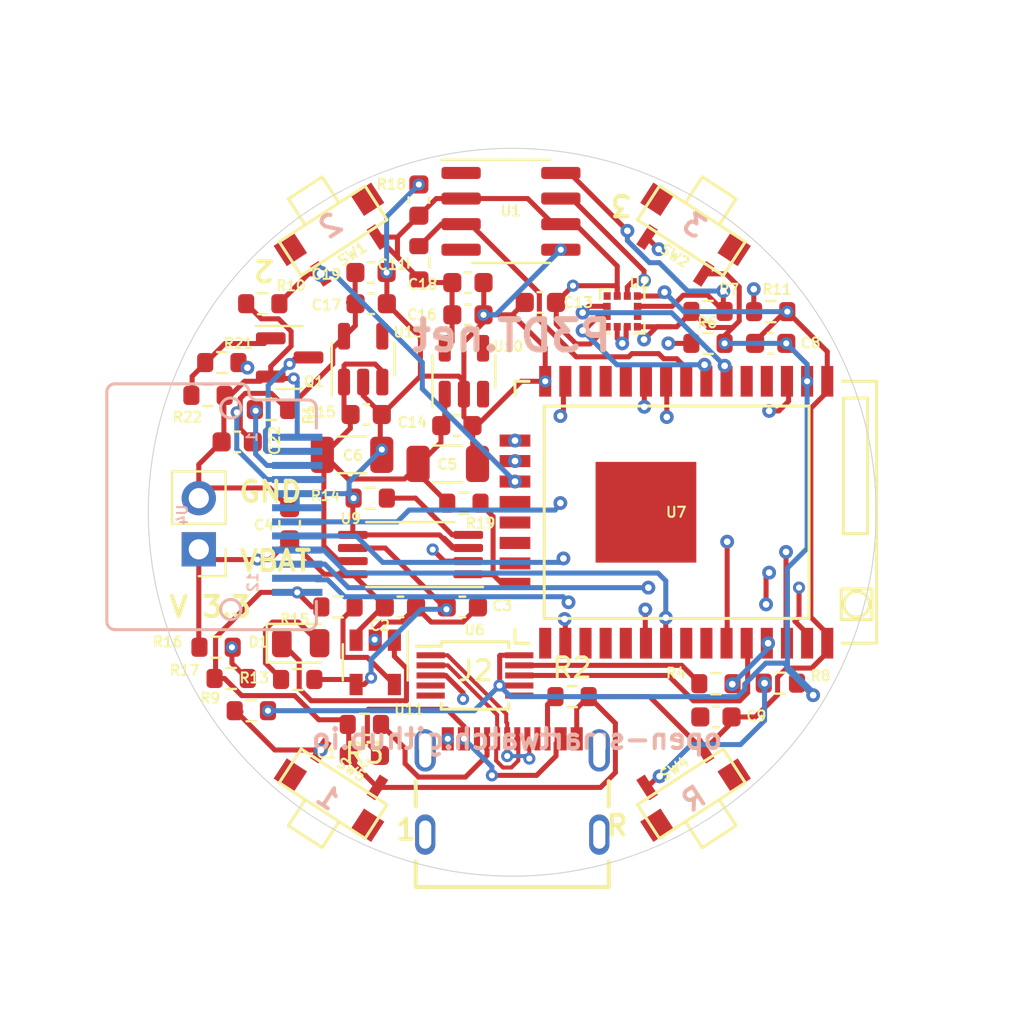
<source format=kicad_pcb>
(kicad_pcb (version 20211014) (generator pcbnew)
  (title_block (title "Open-Smartwatch-Light") (date "2021-02-18") (rev "3.3"))
  (layers (0 "F.Cu" power) (1 "In1.Cu" signal) (2 "In2.Cu" signal) (31 "B.Cu" signal) (34 "B.Paste" user) (35 "F.Paste" user) (36 "B.SilkS" user "B.Silkscreen") (37 "F.SilkS" user "F.Silkscreen") (38 "B.Mask" user) (39 "F.Mask" user) (44 "Edge.Cuts" user))
  (net 0 "")
  (net 1 "/EN")
  (net 2 "+3V3")
  (net 3 "/FLASH")
  (net 4 "GND")
  (net 5 "/VBUS")
  (net 6 "/VBAT")
  (net 7 "Net-(D1-Pad2)")
  (net 8 "Net-(D1-Pad1)")
  (net 9 "/LEDK")
  (net 10 "/TX")
  (net 11 "/BTN2")
  (net 12 "/BTN3")
  (net 13 "/RX")
  (net 14 "/SCL")
  (net 15 "/SDA")
  (net 16 "/PIN_LED")
  (net 17 "/STAT_PWR")
  (net 18 "/MOSI")
  (net 19 "/IO34")
  (net 20 "/IO35")
  (net 21 "Net-(R1-Pad2)")
  (net 22 "Net-(R4-Pad1)")
  (net 23 "Net-(R14-Pad1)")
  (net 24 "Net-(R15-Pad1)")
  (net 25 "/B_MON")
  (net 26 "/RTC_INT")
  (net 27 "/TFT_DC")
  (net 28 "/TFT_CS")
  (net 29 "/TFT_RST")
  (net 45 "/SCK")
  (net 46 "/VCC")
  (net 47 "/3V3_2")
  (net 48 "Net-(Q1-Pad1)")
  (net 52 "/D_P")
  (net 53 "/D_N")
  (net 63 "/CC2")
  (net 64 "/CC1")
  (footprint "open-Smartwatch:button_side_smd" (layer "F.Cu") (at 85.09 115.57 -57)
    (fp_text reference "SW4")
    (fp_text value "SW_Push")
  )
  (footprint "open-Smartwatch:button_side_smd" (layer "F.Cu") (at 67.31 115.57 -123)
    (fp_text reference "SW5")
    (fp_text value "SW_Push")
  )
  (footprint "Resistor_SMD:R_0603_1608Metric" (layer "F.Cu") (at 63.25 111.45 180)
    (fp_text reference "R9")
    (fp_text value "10k")
  )
  (footprint "Capacitor_SMD:C_0603_1608Metric" (layer "F.Cu") (at 70.65 106.3)
    (fp_text reference "C2")
    (fp_text value "4.7uF")
  )
  (footprint "Resistor_SMD:R_0603_1608Metric" (layer "F.Cu") (at 86.3092 110.109)
    (fp_text reference "R4")
    (fp_text value "470R")
  )
  (footprint "Resistor_SMD:R_0603_1608Metric" (layer "F.Cu") (at 89.0269 91.6432)
    (fp_text reference "R11")
    (fp_text value "10k")
  )
  (footprint "Resistor_SMD:R_0603_1608Metric" (layer "F.Cu") (at 85.9155 93.218 180)
    (fp_text reference "R6")
    (fp_text value "1k")
  )
  (footprint "Resistor_SMD:R_0603_1608Metric" (layer "F.Cu") (at 85.9155 91.6305)
    (fp_text reference "R7")
    (fp_text value "1k")
  )
  (footprint "Package_SO:SOIC-8_3.9x4.9mm_P1.27mm" (layer "F.Cu") (at 76.1365 86.6648)
    (fp_text reference "U1")
    (fp_text value "DS3231MZ")
  )
  (footprint "Capacitor_SMD:C_0603_1608Metric" (layer "F.Cu") (at 89.0269 93.218 180)
    (fp_text reference "C8")
    (fp_text value "0.1u")
  )
  (footprint "Capacitor_SMD:C_0603_1608Metric" (layer "F.Cu") (at 86.3092 111.76)
    (fp_text reference "C9")
    (fp_text value "0.1u")
  )
  (footprint "Capacitor_SMD:C_0603_1608Metric" (layer "F.Cu") (at 71.5645 86.106 90)
    (fp_text reference "C11")
    (fp_text value "0.1u")
  )
  (footprint "Capacitor_SMD:C_0603_1608Metric" (layer "F.Cu") (at 77.597 91.186 180)
    (fp_text reference "C13")
    (fp_text value "0.1u")
  )
  (footprint "Resistor_SMD:R_0603_1608Metric" (layer "F.Cu") (at 73.8 101.15)
    (fp_text reference "R19")
    (fp_text value "220k")
  )
  (footprint "open-Smartwatch:button_side_smd" (layer "F.Cu") (at 67.31 87.63 123)
    (fp_text reference "SW1")
    (fp_text value "SW_Push")
  )
  (footprint "open-Smartwatch:MSOP-10_3x3mm_P0.5mm" (layer "F.Cu") (at 74.35 109.7)
    (fp_text reference "U6")
    (fp_text value "CH340E")
  )
  (footprint "open-Smartwatch:TSSOP-8_4.4x3mm_P0.65mm" (layer "F.Cu") (at 71.15 103.7 180)
    (fp_text reference "U9")
    (fp_text value "TPS2115A")
  )
  (footprint "open-Smartwatch:LGA-12_2x2mm_P0.5mm" (layer "F.Cu") (at 81.661 91.6305 -90)
    (fp_text reference "U2")
    (fp_text value "BMA400")
  )
  (footprint "Capacitor_SMD:C_0603_1608Metric" (layer "F.Cu") (at 73.7234 106.3)
    (fp_text reference "C3")
    (fp_text value "0.1u")
  )
  (footprint "Resistor_SMD:R_0603_1608Metric" (layer "F.Cu") (at 65.55 109.9)
    (fp_text reference "R13")
    (fp_text value "470R")
  )
  (footprint "Resistor_SMD:R_0603_1608Metric" (layer "F.Cu") (at 89.5096 110.0836 180)
    (fp_text reference "R8")
    (fp_text value "10k")
  )
  (footprint "Capacitor_SMD:C_1206_3216Metric" (layer "F.Cu") (at 73 99.2)
    (fp_text reference "C5")
    (fp_text value "100u")
  )
  (footprint "Capacitor_SMD:C_0603_1608Metric" (layer "F.Cu") (at 73.45 97.3)
    (fp_text reference "C14")
    (fp_text value "0.1u")
  )
  (footprint "Capacitor_SMD:C_0603_1608Metric" (layer "F.Cu") (at 74 91.8)
    (fp_text reference "C16")
    (fp_text value "4.7u")
  )
  (footprint "Capacitor_SMD:C_0603_1608Metric" (layer "F.Cu") (at 74 90.2)
    (fp_text reference "C18")
    (fp_text value "0.1u")
  )
  (footprint "Package_TO_SOT_SMD:SOT-23-5" (layer "F.Cu") (at 73.8 94.6 90)
    (fp_text reference "U10")
    (fp_text value "XC6209")
  )
  (footprint "open-Smartwatch:ttgo-32-micro" (layer "F.Cu") (at 84.836 101.6 -90)
    (fp_text reference "U7")
    (fp_text value "ttgo-32-micro")
  )
  (footprint "Resistor_SMD:R_0603_1608Metric" (layer "F.Cu") (at 71.5645 89.2175 -90)
    (fp_text reference "R18")
    (fp_text value "2.2K")
  )
  (footprint "Resistor_SMD:R_0603_1608Metric" (layer "F.Cu") (at 64.25 96.5 180)
    (fp_text reference "R1")
    (fp_text value "22")
  )
  (footprint "Resistor_SMD:R_0603_1608Metric" (layer "F.Cu") (at 61.7855 94.1705)
    (fp_text reference "R21")
    (fp_text value "10k")
  )
  (footprint "Resistor_SMD:R_0603_1608Metric" (layer "F.Cu") (at 61.1 95.8 180)
    (fp_text reference "R22")
    (fp_text value "1M")
  )
  (footprint "Capacitor_SMD:C_0603_1608Metric" (layer "F.Cu") (at 62.55 98.1075 180)
    (fp_text reference "C22")
    (fp_text value "0.1u")
  )
  (footprint "Package_TO_SOT_SMD:SOT-23" (layer "F.Cu") (at 65.151 93.9165)
    (fp_text reference "Q1")
    (fp_text value "2N7002")
  )
  (footprint "Resistor_SMD:R_0603_1608Metric" (layer "F.Cu") (at 67.55 106.3 180)
    (fp_text reference "R15")
    (fp_text value "5k")
  )
  (footprint "Resistor_SMD:R_0603_1608Metric" (layer "F.Cu") (at 69.15 100.9 180)
    (fp_text reference "R14")
    (fp_text value "510R")
  )
  (footprint "Capacitor_SMD:C_0603_1608Metric" (layer "F.Cu") (at 65.151 102.1715 90)
    (fp_text reference "C4")
    (fp_text value "0.1u")
  )
  (footprint "Resistor_SMD:R_0603_1608Metric" (layer "F.Cu") (at 62.25 109.85 180)
    (fp_text reference "R17")
    (fp_text value "10k")
  )
  (footprint "open-Smartwatch:button_side_smd" (layer "F.Cu") (at 85.09 87.63 57)
    (fp_text reference "SW2")
    (fp_text value "SW_Push")
  )
  (footprint "Capacitor_SMD:C_0603_1608Metric" (layer "F.Cu") (at 68.95 96.75)
    (fp_text reference "C15")
    (fp_text value "0.1u")
  )
  (footprint "Capacitor_SMD:C_0603_1608Metric" (layer "F.Cu") (at 69.2 91.25)
    (fp_text reference "C17")
    (fp_text value "4.7u")
  )
  (footprint "Capacitor_SMD:C_1206_3216Metric" (layer "F.Cu") (at 68.25 98.75)
    (fp_text reference "C6")
    (fp_text value "100u")
  )
  (footprint "Capacitor_SMD:C_0603_1608Metric" (layer "F.Cu") (at 69.1895 89.7)
    (fp_text reference "C19")
    (fp_text value "0.1u")
  )
  (footprint "Package_TO_SOT_SMD:SOT-23-5" (layer "F.Cu") (at 68.8 94 90)
    (fp_text reference "U13")
    (fp_text value "XC6209")
  )
  (footprint "Capacitor_SMD:C_0603_1608Metric" (layer "F.Cu") (at 68.86 113.67)
    (fp_text reference "C1")
    (fp_text value "4.7uF")
  )
  (footprint "open-Smartwatch:SOT-23-5" (layer "F.Cu") (at 69.4 109.05 -90)
    (fp_text reference "U11")
    (fp_text value "MCP73831T-2ACI_OT" hide)
  )
  (footprint "LED_SMD:LED_0805_2012Metric" (layer "F.Cu") (at 65.7 108.1)
    (fp_text reference "D1")
    (fp_text value "LED_Green")
  )
  (footprint "Resistor_SMD:R_0603_1608Metric" (layer "F.Cu") (at 63.8175 91.2495 180)
    (fp_text reference "R10")
    (fp_text value "10k")
  )
  (footprint "Connector_PinHeader_2.54mm:PinHeader_1x02_P2.54mm_Vertical" (layer "F.Cu") (at 60.6425 103.4415 180)
    (fp_text reference "J1" hide)
    (fp_text value "Conn_01x02")
  )
  (footprint "Resistor_SMD:R_0603_1608Metric" (layer "F.Cu") (at 61.5 108.3)
    (fp_text reference "R16")
    (fp_text value "200k")
  )
  (footprint "Resistor_SMD:R_0603_1608Metric" (layer "F.Cu") (at 68.86 112.13 180)
    (fp_text reference "R3")
    (fp_text value "5.1k")
  )
  (footprint "sat1l:GCT_USB4105-GF-A" (layer "F.Cu") (at 76.2 117.6)
    (fp_text reference "J2")
    (fp_text value "USB_C_Receptacle_USB2.0")
  )
  (footprint "Resistor_SMD:R_0603_1608Metric" (layer "F.Cu") (at 79.17 110.75)
    (fp_text reference "R2")
    (fp_text value "5.1k")
  )
  (footprint "open-Smartwatch:GC9A01_IPS_display" (layer "B.Cu") (at 65.278 101.727 -90)
    (fp_text reference "U4")
    (fp_text value "GC9A01_IPS_display")
  )
  (gr_arc (start 58.137403 101.6) (mid 63.427815 88.827815) (end 76.2 83.537403) (layer "Edge.Cuts") (width 0.05))
  (gr_arc (start 94.262597 101.6) (mid 88.972185 114.372185) (end 76.2 119.662597) (layer "Edge.Cuts") (width 0.05))
  (gr_arc (start 76.2 83.537403) (mid 88.972185 88.827815) (end 94.262597 101.6) (layer "Edge.Cuts") (width 0.05))
  (gr_arc (start 76.2 119.662597) (mid 63.427815 114.372185) (end 58.137403 101.6) (layer "Edge.Cuts") (width 0.05))
  (gr_text "3" (at 85.217 87.376 -33) (layer "B.SilkS") (effects (font (size 1 1) (thickness 0.2)) (justify mirror)))
  (gr_text "open-smartwatch.github.io" (at 76.4413 112.8522) (layer "B.SilkS") (effects (font (size 1 1) (thickness 0.2)) (justify mirror)))
  (gr_text "R" (at 85.217 115.824 33) (layer "B.SilkS") (effects (font (size 1 1) (thickness 0.2)) (justify mirror)))
  (gr_text "2" (at 67.183 87.376 33) (layer "B.SilkS") (effects (font (size 1 1) (thickness 0.2)) (justify mirror)))
  (gr_text "1" (at 67.056 115.7605 -33) (layer "B.SilkS") (effects (font (size 1 1) (thickness 0.2)) (justify mirror)))
  (gr_text "P3DT.net" (at 76.1746 92.837) (layer "B.SilkS") (effects (font (size 1.5 1.5) (thickness 0.3)) (justify mirror)))
  (gr_text "GND" (at 64.1985 100.584) (layer "F.SilkS") (effects (font (size 1 1) (thickness 0.2))))
  (gr_text "R" (at 81.407 117.1575) (layer "F.SilkS") (effects (font (size 1 1) (thickness 0.2))))
  (gr_text "1" (at 70.9295 117.348) (layer "F.SilkS") (effects (font (size 1 1) (thickness 0.2))))
  (gr_text "3" (at 81.5975 86.36 180) (layer "F.SilkS") (effects (font (size 1 1) (thickness 0.2))))
  (gr_text "2" (at 63.881 89.5985 180) (layer "F.SilkS") (effects (font (size 1 1) (thickness 0.2))))
  (gr_text "V 3.3" (at 61.214 106.299) (layer "F.SilkS") (effects (font (size 1 1) (thickness 0.2))))
  (gr_text "VBAT" (at 64.4525 104.013) (layer "F.SilkS") (effects (font (size 1 1) (thickness 0.2))))
  (segment (start 83.5152 114.7064) (end 83.440773 114.7064) (width 0.25) (layer "F.Cu") (net 1))
  (segment (start 88.9508 96.5708) (end 89.435733 96.5708) (width 0.25) (layer "F.Cu") (net 1))
  (segment (start 88.7984 106.172) (end 88.7984 104.7496) (width 0.25) (layer "F.Cu") (net 1))
  (segment (start 89.916 96.090533) (end 89.916 95.1) (width 0.25) (layer "F.Cu") (net 1))
  (segment (start 89.435733 96.5708) (end 89.916 96.090533) (width 0.25) (layer "F.Cu") (net 1))
  (segment (start 83.440773 114.7064) (end 82.889781 115.257392) (width 0.25) (layer "F.Cu") (net 1))
  (segment (start 88.7984 104.7496) (end 88.9508 104.5972) (width 0.25) (layer "F.Cu") (net 1))
  (via (at 88.9508 104.5972) (size 0.6858) (drill 0.3302) (layers "F.Cu" "B.Cu") (net 1))
  (via (at 88.7984 106.172) (size 0.6858) (drill 0.3302) (layers "F.Cu" "B.Cu") (net 1))
  (via (at 83.5152 114.7064) (size 0.6858) (drill 0.3302) (layers "F.Cu" "B.Cu") (net 1))
  (via (at 88.9508 96.5708) (size 0.6858) (drill 0.3302) (layers "F.Cu" "B.Cu") (net 1))
  (via (at 88.7221 110.0836) (size 0.6858) (drill 0.3302) (layers "F.Cu" "B.Cu") (net 1))
  (segment (start 88.7221 111.9379) (end 88.7221 110.0836) (width 0.25) (layer "B.Cu") (net 1))
  (segment (start 87.5284 113.1316) (end 88.7221 111.9379) (width 0.25) (layer "B.Cu") (net 1))
  (segment (start 85.09 113.1316) (end 83.5152 114.7064) (width 0.25) (layer "B.Cu") (net 1))
  (segment (start 87.5284 113.1316) (end 85.09 113.1316) (width 0.25) (layer "B.Cu") (net 1))
  (segment (start 76.964732 86.0298) (end 78.234732 87.2998) (width 0.25) (layer "F.Cu") (net 2))
  (segment (start 73.6615 86.0298) (end 76.964732 86.0298) (width 0.25) (layer "F.Cu") (net 2))
  (segment (start 86.812244 89.767149) (end 87.46551 90.420415) (width 0.25) (layer "F.Cu") (net 2))
  (segment (start 78.234732 87.2998) (end 78.6115 87.2998) (width 0.25) (layer "F.Cu") (net 2))
  (segment (start 73.2125 91.8) (end 73.2125 93.1375) (width 0.25) (layer "F.Cu") (net 2))
  (segment (start 86.703 92.874494) (end 86.867747 92.709747) (width 0.25) (layer "F.Cu") (net 2))
  (segment (start 75.6 108.7) (end 75.575489 108.724511) (width 0.25) (layer "F.Cu") (net 2))
  (segment (start 81.411 90.868) (end 81.411 89.381) (width 0.25) (layer "F.Cu") (net 2))
  (segment (start 87.46551 90.420415) (end 87.46551 92.111984) (width 0.25) (layer "F.Cu") (net 2))
  (segment (start 69.510219 87.942608) (end 70.653806 89.086194) (width 0.25) (layer "F.Cu") (net 2))
  (segment (start 69.510219 87.942608) (end 70.502892 87.942608) (width 0.25) (layer "F.Cu") (net 2))
  (segment (start 90.2971 110.0836) (end 90.5383 110.0836) (width 0.3) (layer "F.Cu") (net 2))
  (segment (start 75.650978 110.2) (end 76.55 110.2) (width 0.25) (layer "F.Cu") (net 2))
  (segment (start 70.653806 89.086194) (end 71.5645 89.996889) (width 0.25) (layer "F.Cu") (net 2))
  (segment (start 81.346001 90.355499) (end 81.411001 90.420499) (width 0.25) (layer "F.Cu") (net 2))
  (segment (start 80.911 92.393) (end 80.056296 93.247704) (width 0.25) (layer "F.Cu") (net 2))
  (segment (start 80.056296 93.247704) (end 79.371907 93.247704) (width 0.25) (layer "F.Cu") (net 2))
  (segment (start 85.699328 89.767149) (end 86.812244 89.767149) (width 0.25) (layer "F.Cu") (net 2))
  (segment (start 81.411 89.381) (end 79.3298 87.2998) (width 0.25) (layer "F.Cu") (net 2))
  (segment (start 87.46551 92.111984) (end 87.146984 92.43051) (width 0.25) (layer "F.Cu") (net 2))
  (segment (start 89.8144 93.218) (end 89.8144 93.1164) (width 0.25) (layer "F.Cu") (net 2))
  (segment (start 73.2125 90.2) (end 71.7595 90.2) (width 0.25) (layer "F.Cu") (net 2))
  (segment (start 71.5645 89.996889) (end 71.5645 90.0425) (width 0.25) (layer "F.Cu") (net 2))
  (segment (start 73.2125 91.8) (end 73.2125 90.2) (width 0.25) (layer "F.Cu") (net 2))
  (segment (start 79.371907 93.247704) (end 78.3845 92.260297) (width 0.25) (layer "F.Cu") (net 2))
  (segment (start 71.7595 90.2) (end 71.5645 90.005) (width 0.25) (layer "F.Cu") (net 2))
  (segment (start 84.0735 92.393) (end 84.3655 92.393) (width 0.25) (layer "F.Cu") (net 2))
  (segment (start 71.5645 86.8935) (end 72.4282 86.0298) (width 0.25) (layer "F.Cu") (net 2))
  (segment (start 78.3845 92.260297) (end 78.3845 91.186) (width 0.25) (layer "F.Cu") (net 2))
  (segment (start 81.411 90.868) (end 81.411001 90.420499) (width 0.25) (layer "F.Cu") (net 2))
  (segment (start 70.502892 87.942608) (end 71.5645 86.881) (width 0.25) (layer "F.Cu") (net 2))
  (segment (start 75.575489 110.124511) (end 75.650978 110.2) (width 0.25) (layer "F.Cu") (net 2))
  (segment (start 85.92801 92.43051) (end 85.128 91.6305) (width 0.25) (layer "F.Cu") (net 2))
  (segment (start 78.372 91.186) (end 78.3845 91.186) (width 0.25) (layer "F.Cu") (net 2))
  (segment (start 70.502892 87.942608) (end 70.502892 88.93528) (width 0.25) (layer "F.Cu") (net 2))
  (segment (start 72.4282 86.0298) (end 73.6615 86.0298) (width 0.25) (layer "F.Cu") (net 2))
  (segment (start 90.5383 110.0836) (end 91.1352 110.6805) (width 0.3) (layer "F.Cu") (net 2))
  (segment (start 71.5645 90.005) (end 71.9201 90.005) (width 0.25) (layer "F.Cu") (net 2))
  (segment (start 78.3845 91.186) (end 79.215001 90.355499) (width 0.25) (layer "F.Cu") (net 2))
  (segment (start 83.375 92.393) (end 84.0735 92.393) (width 0.25) (layer "F.Cu") (net 2))
  (segment (start 73.2125 93.1375) (end 72.85 93.5) (width 0.25) (layer "F.Cu") (net 2))
  (segment (start 79.215001 90.355499) (end 81.346001 90.355499) (width 0.25) (layer "F.Cu") (net 2))
  (segment (start 76.55 108.7) (end 75.6 108.7) (width 0.25) (layer "F.Cu") (net 2))
  (segment (start 86.867747 92.709747) (end 87.146984 92.43051) (width 0.25) (layer "F.Cu") (net 2))
  (segment (start 79.3298 87.2998) (end 78.6115 87.2998) (width 0.25) (layer "F.Cu") (net 2))
  (segment (start 86.703 93.218) (end 86.703 92.874494) (width 0.25) (layer "F.Cu") (net 2))
  (segment (start 82.7405 93.0275) (end 83.375 92.393) (width 0.25) (layer "F.Cu") (net 2))
  (segment (start 76.55 110.2) (end 75.566863 110.2) (width 0.25) (layer "F.Cu") (net 2))
  (segment (start 82.411 92.393) (end 84.0735 92.393) (width 0.25) (layer "F.Cu") (net 2))
  (segment (start 87.146984 92.43051) (end 85.92801 92.43051) (width 0.25) (layer "F.Cu") (net 2))
  (segment (start 75.575489 108.724511) (end 75.575489 110.124511) (width 0.25) (layer "F.Cu") (net 2))
  (segment (start 70.502892 88.93528) (end 70.653806 89.086194) (width 0.25) (layer "F.Cu") (net 2))
  (segment (start 84.3655 92.393) (end 85.128 91.6305) (width 0.25) (layer "F.Cu") (net 2))
  (via (at 79.215001 90.355499) (size 0.6) (drill 0.3) (layers "F.Cu" "B.Cu") (net 2))
  (via (at 75.567951 110.2) (size 0.6) (drill 0.3) (layers "F.Cu" "B.Cu") (net 2))
  (via (at 91.1352 110.6805) (size 0.6858) (drill 0.3302) (layers "F.Cu" "B.Cu") (net 2))
  (via (at 89.8019 93.218) (size 0.6) (drill 0.3) (layers "F.Cu" "B.Cu") (net 2))
  (via (at 64.075 111.45) (size 0.6) (drill 0.3) (layers "F.Cu" "B.Cu") (net 2))
  (via (at 90.836 95.1) (size 0.6) (drill 0.3) (layers "F.Cu" "B.Cu") (net 2))
  (via (at 82.7405 93.0275) (size 0.6858) (drill 0.3302) (layers "F.Cu" "B.Cu") (net 2))
  (via (at 86.7405 93.218) (size 0.6) (drill 0.3) (layers "F.Cu" "B.Cu") (net 2))
  (segment (start 87.739411 110.133741) (end 88.784053 109.089099) (width 0.25) (layer "B.Cu") (net 2))
  (segment (start 76.119762 110.751811) (end 87.377741 110.751811) (width 0.25) (layer "B.Cu") (net 2))
  (segment (start 90.836 103.394652) (end 90.836 95.1) (width 0.25) (layer "B.Cu") (net 2))
  (segment (start 91.1352 110.6805) (end 89.86 109.4053) (width 0.25) (layer "B.Cu") (net 2))
  (segment (start 88.784053 109.089099) (end 89.697297 109.089099) (width 0.25) (layer "B.Cu") (net 2))
  (segment (start 89.697297 109.089099) (end 91.1352 110.527002) (width 0.25) (layer "B.Cu") (net 2))
  (segment (start 90.836 95.1) (end 90.836 94.2521) (width 0.25) (layer "B.Cu") (net 2))
  (segment (start 89.86 104.370652) (end 90.836 103.394652) (width 0.25) (layer "B.Cu") (net 2))
  (segment (start 64.075 111.45) (end 74.317951 111.45) (width 0.25) (layer "B.Cu") (net 2))
  (segment (start 75.567951 110.2) (end 76.119762 110.751811) (width 0.25) (layer "B.Cu") (net 2))
  (segment (start 89.8019 93.218) (end 86.7405 93.218) (width 0.25) (layer "B.Cu") (net 2))
  (segment (start 90.836 94.2521) (end 89.8019 93.218) (width 0.25) (layer "B.Cu") (net 2))
  (segment (start 91.1352 110.527002) (end 91.1352 110.6805) (width 0.25) (layer "B.Cu") (net 2))
  (segment (start 87.377741 110.751811) (end 87.739411 110.390141) (width 0.25) (layer "B.Cu") (net 2))
  (segment (start 89.86 109.4053) (end 89.86 104.370652) (width 0.25) (layer "B.Cu") (net 2))
  (segment (start 87.739411 110.390141) (end 87.739411 110.133741) (width 0.25) (layer "B.Cu") (net 2))
  (segment (start 74.317951 111.45) (end 75.567951 110.2) (width 0.25) (layer "B.Cu") (net 2))
  (segment (start 62.5346 111.506) (end 62.738 111.506) (width 0.25) (layer "F.Cu") (net 3))
  (segment (start 78.836 106.936) (end 78.8 106.9) (width 0.25) (layer "F.Cu") (net 3))
  (segment (start 78.836 108.1) (end 78.836 106.936) (width 0.25) (layer "F.Cu") (net 3))
  (segment (start 64.4125 113.4) (end 62.4625 111.45) (width 0.25) (layer "F.Cu") (net 3))
  (segment (start 66.7 113.4) (end 64.4125 113.4) (width 0.25) (layer "F.Cu") (net 3))
  (via (at 78.8 106.9) (size 0.6858) (drill 0.3302) (layers "F.Cu" "B.Cu") (net 3))
  (via (at 66.7 113.4) (size 0.6858) (drill 0.3302) (layers "F.Cu" "B.Cu") (net 3))
  (segment (start 85.699328 113.432851) (end 85.699328 113.487472) (width 0.25) (layer "F.Cu") (net 4))
  (segment (start 89.740306 91.6432) (end 89.8144 91.6432) (width 0.25) (layer "F.Cu") (net 4))
  (segment (start 61.92 109.85) (end 62.77048 110.70048) (width 0.25) (layer "F.Cu") (net 4))
  (segment (start 69.7375 96.75) (end 71.642011 94.845489) (width 0.25) (layer "F.Cu") (net 4))
  (segment (start 81.852 92.781502) (end 81.8515 92.782002) (width 0.25) (layer "F.Cu") (net 4))
  (segment (start 61.8875 95.8) (end 62.214282 95.8) (width 0.25) (layer "F.Cu") (net 4))
  (segment (start 73.309994 103.375) (end 72.82548 102.890486) (width 0.25) (layer "F.Cu") (net 4))
  (segment (start 81.411 92.968) (end 81.661 93.218) (width 0.25) (layer "F.Cu") (net 4))
  (segment (start 74.775 91.8) (end 76.208 91.8) (width 0.25) (layer "F.Cu") (net 4))
  (segment (start 65.352995 94.960633) (end 64.307633 94.960633) (width 0.25) (layer "F.Cu") (net 4))
  (segment (start 71.642011 92.917011) (end 71.642011 94.845489) (width 0.25) (layer "F.Cu") (net 4))
  (segment (start 68.085 112.18) (end 68.035 112.13) (width 0.25) (layer "F.Cu") (net 4))
  (segment (start 68.085 113.67) (end 68.085 113.832173) (width 0.25) (layer "F.Cu") (net 4))
  (segment (start 87.0967 111.76) (end 87.0967 112.035479) (width 0.25) (layer "F.Cu") (net 4))
  (segment (start 61.8875 97.9825) (end 61.7625 98.1075) (width 0.25) (layer "F.Cu") (net 4))
  (segment (start 69.510219 115.257392) (end 80.582608 115.257392) (width 0.25) (layer "F.Cu") (net 4))
  (segment (start 83.016477 110.75) (end 79.995 110.75) (width 0.25) (layer "F.Cu") (net 4))
  (segment (start 65.22552 93.351012) (end 65.22552 92.62552) (width 0.25) (layer "F.Cu") (net 4))
  (segment (start 63.74202 91.99902) (end 62.9925 91.2495) (width 0.25) (layer "F.Cu") (net 4))
  (segment (start 74.450361 97.3) (end 76.650361 95.1) (width 0.25) (layer "F.Cu") (net 4))
  (segment (start 91.836 108.1) (end 91.836 107.621104) (width 0.25) (layer "F.Cu") (net 4))
  (segment (start 71.642011 94.845489) (end 73.545489 94.845489) (width 0.25) (layer "F.Cu") (net 4))
  (segment (start 68.2875 102.725) (end 68.2875 100.975) (width 0.25) (layer "F.Cu") (net 4))
  (segment (start 73.8 96.8625) (end 74.2375 97.3) (width 0.25) (layer "F.Cu") (net 4))
  (segment (start 79.4 112.845) (end 79.4 111.345) (width 0.25) (layer "F.Cu") (net 4))
  (segment (start 64.2135 94.363032) (end 65.22552 93.351012) (width 0.25) (layer "F.Cu") (net 4))
  (segment (start 62.77048 110.70048) (end 65.400385 110.70048) (width 0.25) (layer "F.Cu") (net 4))
  (segment (start 91.02 96.44) (end 91.836 95.624) (width 0.25) (layer "F.Cu") (net 4))
  (segment (start 73.61 110.41) (end 73.76 110.56) (width 0.25) (layer "F.Cu") (net 4))
  (segment (start 72.589282 102.725) (end 73.239282 103.375) (width 0.25) (layer "F.Cu") (net 4))
  (segment (start 73.8 95.1) (end 73.8 95.7) (width 0.25) (layer "F.Cu") (net 4))
  (segment (start 77.836 93.428) (end 77.836 95.1) (width 0.25) (layer "F.Cu") (net 4))
  (segment (start 64.307633 94.960633) (end 64.2135 94.8665) (width 0.25) (layer "F.Cu") (net 4))
  (segment (start 65.400385 110.70048) (end 66.599905 111.9) (width 0.25) (layer "F.Cu") (net 4))
  (segment (start 63.716241 105.577) (end 65.528 105.577) (width 0.25) (layer "F.Cu") (net 4))
  (segment (start 81.411 92.393) (end 81.411 92.968) (width 0.25) (layer "F.Cu") (net 4))
  (segment (start 60.6425 99.2275) (end 61.7625 98.1075) (width 0.25) (layer "F.Cu") (net 4))
  (segment (start 66.251 106.3) (end 65.528 105.577) (width 0.25) (layer "F.Cu") (net 4))
  (segment (start 74.7875 90.2) (end 74.7875 91.8) (width 0.25) (layer "F.Cu") (net 4))
  (segment (start 79.4 111.345) (end 79.995 110.75) (width 0.25) (layer "F.Cu") (net 4))
  (segment (start 66.599905 111.9) (end 67.805 111.9) (width 0.25) (layer "F.Cu") (net 4))
  (segment (start 74.6761 91.9479) (end 74.7268 91.8972) (width 0.25) (layer "F.Cu") (net 4))
  (segment (start 88.2394 93.144106) (end 89.740306 91.6432) (width 0.25) (layer "F.Cu") (net 4))
  (segment (start 76.650361 95.1) (end 77.836 95.1) (width 0.25) (layer "F.Cu") (net 4))
  (segment (start 73.239282 103.375) (end 74.0125 103.375) (width 0.25) (layer "F.Cu") (net 4))
  (segment (start 81.852 92.393) (end 81.852 92.781502) (width 0.25) (layer "F.Cu") (net 4))
  (segment (start 76.208 91.8) (end 77.836 93.428) (width 0.25) (layer "F.Cu") (net 4))
  (segment (start 60.6425 100.3935) (end 64.1605 100.3935) (width 0.25) (layer "F.Cu") (net 4))
  (segment (start 73.74888 107.04952) (end 74.4984 106.3) (width 0.25) (layer "F.Cu") (net 4))
  (segment (start 69.977 91.2395) (end 69.9875 91.25) (width 0.25) (layer "F.Cu") (net 4))
  (segment (start 61.8875 95.8) (end 61.8875 97.9825) (width 0.25) (layer "F.Cu") (net 4))
  (segment (start 91.06392 109.33408) (end 89.82592 109.33408) (width 0.25) (layer "F.Cu") (net 4))
  (segment (start 64.59902 91.99902) (end 63.74202 91.99902) (width 0.25) (layer "F.Cu") (net 4))
  (segment (start 72.15 109.7) (end 72.9 109.7) (width 0.25) (layer "F.Cu") (net 4))
  (segment (start 74.225 97.3) (end 74.450361 97.3) (width 0.25) (layer "F.Cu") (net 4))
  (segment (start 68.2875 102.725) (end 72.589282 102.725) (width 0.25) (layer "F.Cu") (net 4))
  (segment (start 69.4 107.398217) (end 69.4 107.95) (width 0.25) (layer "F.Cu") (net 4))
  (segment (start 91.836 108.562) (end 91.06392 109.33408) (width 0.25) (layer "F.Cu") (net 4))
  (segment (start 74.6761 91.8465) (end 74.7268 91.8972) (width 0.25) (layer "F.Cu") (net 4))
  (segment (start 62.214282 95.8) (end 62.914282 95.1) (width 0.25) (layer "F.Cu") (net 4))
  (segment (start 70.68798 107.04952) (end 71.4375 106.3) (width 0.25) (layer "F.Cu") (net 4))
  (segment (start 81.911 92.393) (end 81.852 92.393) (width 0.25) (layer "F.Cu") (net 4))
  (segment (start 74.0125 103.375) (end 73.309994 103.375) (width 0.25) (layer "F.Cu") (net 4))
  (segment (start 68.8 95.8125) (end 68.8 95.1) (width 0.25) (layer "F.Cu") (net 4))
  (segment (start 74.2375 99.0375) (end 74.4 99.2) (width 0.25) (layer "F.Cu") (net 4))
  (segment (start 69.65 98.75) (end 69.65 96.8375) (width 0.25) (layer "F.Cu") (net 4))
  (segment (start 74.775 91.8) (end 74.775 92.174639) (width 0.25) (layer "F.Cu") (net 4))
  (segment (start 76.208 91.8) (end 76.822 91.186) (width 0.25) (layer "F.Cu") (net 4))
  (segment (start 61.47452 109.83798) (end 61.47452 107.818721) (width 0.25) (layer "F.Cu") (net 4))
  (segment (start 74.775 92.174639) (end 73.8 93.149639) (width 0.25) (layer "F.Cu") (net 4))
  (segment (start 82.411 90.868) (end 83.5665 90.868) (width 0.25) (layer "F.Cu") (net 4))
  (segment (start 69.4 107.398217) (end 69.748697 107.04952) (width 0.25) (layer "F.Cu") (net 4))
  (segment (start 85.699328 113.432851) (end 83.016477 110.75) (width 0.25) (layer "F.Cu") (net 4))
  (segment (start 89.82592 109.33408) (end 89.37 109.79) (width 0.25) (layer "F.Cu") (net 4))
  (segment (start 73.8 95.7) (end 73.8 96.8625) (width 0.25) (layer "F.Cu") (net 4))
  (segment (start 89.37 110.66) (end 88.27 111.76) (width 0.25) (layer "F.Cu") (net 4))
  (segment (start 91.836 95.624) (end 91.836 95.1) (width 0.25) (layer "F.Cu") (net 4))
  (segment (start 73.545489 94.845489) (end 73.8 95.1) (width 0.25) (layer "F.Cu") (net 4))
  (segment (start 64.2135 94.8665) (end 64.2135 94.363032) (width 0.25) (layer "F.Cu") (net 4))
  (segment (start 74.2375 97.3) (end 74.2375 99.0375) (width 0.25) (layer "F.Cu") (net 4))
  (segment (start 72.9 109.7) (end 73.61 110.41) (width 0.25) (layer "F.Cu") (net 4))
  (segment (start 88.27 111.76) (end 87.0842 111.76) (width 0.25) (layer "F.Cu") (net 4))
  (segment (start 89.37 109.79) (end 89.37 110.66) (width 0.25) (layer "F.Cu") (net 4))
  (segment (start 91.836 95.1) (end 91.836 93.6273) (width 0.25) (layer "F.Cu") (net 4))
  (segment (start 69.977 89.7) (end 69.977 91.2395) (width 0.25) (layer "F.Cu") (net 4))
  (segment (start 64.1605 100.3935) (end 65.151 101.384) (width 0.25) (layer "F.Cu") (net 4))
  (segment (start 81.8515 93.0275) (end 81.661 93.218) (width 0.25) (layer "F.Cu") (net 4))
  (segment (start 69.65 96.8375) (end 69.7375 96.75) (width 0.25) (layer "F.Cu") (net 4))
  (segment (start 81.8515 92.782002) (end 81.8515 93.0275) (width 0.25) (layer "F.Cu") (net 4))
  (segment (start 69.7375 96.75) (end 68.8 95.8125) (width 0.25) (layer "F.Cu") (net 4))
  (segment (start 72.17452 107.04952) (end 73.74888 107.04952) (width 0.25) (layer "F.Cu") (net 4))
  (segment (start 73.8 93.149639) (end 73.8 95.7375) (width 0.25) (layer "F.Cu") (net 4))
  (segment (start 66.725 106.3) (end 66.93 106.3) (width 0.25) (layer "F.Cu") (net 4))
  (segment (start 91.02 106.805104) (end 91.02 96.44) (width 0.25) (layer "F.Cu") (net 4))
  (segment (start 73.76 110.56) (end 73.76 110.87) (width 0.25) (layer "F.Cu") (net 4))
  (segment (start 88.2394 93.218) (end 88.2394 93.144106) (width 0.25) (layer "F.Cu") (net 4))
  (segment (start 69.368767 107.618767) (end 69.368767 107.918767) (width 0.25) (layer "F.Cu") (net 4))
  (segment (start 69.748697 107.04952) (end 70.68798 107.04952) (width 0.25) (layer "F.Cu") (net 4))
  (segment (start 68.085 113.832173) (end 69.510219 115.257392) (width 0.25) (layer "F.Cu") (net 4))
  (segment (start 83.5665 90.868) (end 83.7565 90.678) (width 0.25) (layer "F.Cu") (net 4))
  (segment (start 81.31952 114.52048) (end 81.31952 112.07452) (width 0.25) (layer "F.Cu") (net 4))
  (segment (start 81.31952 112.07452) (end 79.995 110.75) (width 0.25) (layer "F.Cu") (net 4))
  (segment (start 87.0967 112.035479) (end 85.699328 113.432851) (width 0.25) (layer "F.Cu") (net 4))
  (segment (start 61.425 109.85) (end 61.92 109.85) (width 0.25) (layer "F.Cu") (net 4))
  (segment (start 68.085 113.67) (end 68.085 112.18) (width 0.25) (layer "F.Cu") (net 4))
  (segment (start 62.914282 95.1) (end 63.7 95.1) (width 0.25) (layer "F.Cu") (net 4))
  (segment (start 91.836 93.6273) (end 89.8519 91.6432) (width 0.25) (layer "F.Cu") (net 4))
  (segment (start 80.582608 115.257392) (end 81.31952 114.52048) (width 0.25) (layer "F.Cu") (net 4))
  (segment (start 61.47452 107.818721) (end 63.716241 105.577) (width 0.25) (layer "F.Cu") (net 4))
  (segment (start 65.22552 92.62552) (end 64.59902 91.99902) (width 0.25) (layer "F.Cu") (net 4))
  (segment (start 91.836 107.621104) (end 91.02 106.805104) (width 0.25) (layer "F.Cu") (net 4))
  (segment (start 66.7625 106.3) (end 66.251 106.3) (width 0.25) (layer "F.Cu") (net 4))
  (segment (start 74.2375 97.3) (end 74.530683 97.3) (width 0.25) (layer "F.Cu") (net 4))
  (segment (start 67.805 111.9) (end 68.035 112.13) (width 0.25) (layer "F.Cu") (net 4))
  (segment (start 61.4625 109.85) (end 61.47452 109.83798) (width 0.25) (layer "F.Cu") (net 4))
  (segment (start 91.836 108.1) (end 91.836 108.562) (width 0.25) (layer "F.Cu") (net 4))
  (segment (start 68.2875 100.975) (end 68.3625 100.9) (width 0.25) (layer "F.Cu") (net 4))
  (segment (start 60.6425 100.3935) (end 60.6425 99.2275) (width 0.25) (layer "F.Cu") (net 4))
  (segment (start 71.425 106.3) (end 72.17452 107.04952) (width 0.25) (layer "F.Cu") (net 4))
  (segment (start 69.975 91.25) (end 71.642011 92.917011) (width 0.25) (layer "F.Cu") (net 4))
  (via (at 89.8519 91.6432) (size 0.6) (drill 0.3) (layers "F.Cu" "B.Cu") (net 4))
  (via (at 77.836 95.1) (size 0.6) (drill 0.3) (layers "F.Cu" "B.Cu") (net 4))
  (via (at 65.528 105.577) (size 0.6) (drill 0.3) (layers "F.Cu" "B.Cu") (net 4))
  (via (at 74.775 91.8) (size 0.6) (drill 0.3) (layers "F.Cu" "B.Cu") (net 4))
  (via (at 65.352995 94.960633) (size 0.6) (drill 0.3) (layers "F.Cu" "B.Cu") (net 4))
  (via (at 69.725 98.4855) (size 0.6) (drill 0.3) (layers "F.Cu" "B.Cu") (net 4))
  (via (at 69.9645 89.7) (size 0.6) (drill 0.3) (layers "F.Cu" "B.Cu") (net 4))
  (via (at 81.661 93.218) (size 0.6858) (drill 0.3302) (layers "F.Cu" "B.Cu") (net 4))
  (via (at 68.325 100.9) (size 0.6) (drill 0.3) (layers "F.Cu" "B.Cu") (net 4))
  (via (at 83.7565 90.678) (size 0.6858) (drill 0.3302) (layers "F.Cu" "B.Cu") (net 4))
  (via (at 71.5645 85.331) (size 0.6) (drill 0.3) (layers "F.Cu" "B.Cu") (net 4))
  (via (at 73 112.845) (size 0.6) (drill 0.3) (layers "F.Cu" "B.Cu") (net 4))
  (via (at 78.6115 88.5698) (size 0.6) (drill 0.3) (layers "F.Cu" "B.Cu") (net 4))
  (via (at 69.368767 107.918767) (size 0.6) (drill 0.3) (layers "F.Cu" "B.Cu") (net 4))
  (via (at 73.76 110.87) (size 0.6) (drill 0.3) (layers "F.Cu" "B.Cu") (net 4))
  (segment (start 65.528 95.135638) (end 65.352995 94.960633) (width 0.25) (layer "B.Cu") (net 4))
  (segment (start 74.775 91.8) (end 75.3813 91.8) (width 0.25) (layer "B.Cu") (net 4))
  (segment (start 83.7565 90.678) (end 84.7217 91.6432) (width 0.25) (layer "B.Cu") (net 4))
  (segment (start 68.102 100.1085) (end 69.725 98.4855) (width 0.25) (layer "B.Cu") (net 4))
  (segment (start 65.528 100.677) (end 65.528 101.377) (width 0.25) (layer "B.Cu") (net 4))
  (segment (start 68.102 100.677) (end 68.325 100.9) (width 0.25) (layer "B.Cu") (net 4))
  (segment (start 68.102 100.677) (end 68.102 100.1085) (width 0.25) (layer "B.Cu") (net 4))
  (segment (start 75.3813 91.8) (end 78.6115 88.5698) (width 0.25) (layer "B.Cu") (net 4))
  (segment (start 84.7217 91.6432) (end 89.8519 91.6432) (width 0.25) (layer "B.Cu") (net 4))
  (segment (start 65.528 97.877) (end 65.528 95.135638) (width 0.25) (layer "B.Cu") (net 4))
  (segment (start 69.9645 86.931) (end 71.5645 85.331) (width 0.25) (layer "B.Cu") (net 4))
  (segment (start 69.9645 89.7) (end 69.9645 86.931) (width 0.25) (layer "B.Cu") (net 4))
  (segment (start 65.528 105.577) (end 65.610776 105.577) (width 0.25) (layer "B.Cu") (net 4))
  (segment (start 65.528 100.677) (end 68.102 100.677) (width 0.25) (layer "B.Cu") (net 4))
  (segment (start 73.8 112.220978) (end 73.8 112.845) (width 0.25) (layer "F.Cu") (net 5))
  (segment (start 69.01048 113.04548) (end 69.01048 111.42952) (width 0.25) (layer "F.Cu") (net 5))
  (segment (start 77.409022 114.66) (end 78.374511 113.694511) (width 0.25) (layer "F.Cu") (net 5))
  (segment (start 68.85 110.15) (end 69.193767 109.806233) (width 0.25) (layer "F.Cu") (net 5))
  (segment (start 78.374511 113.694511) (end 78.374511 113.070489) (width 0.25) (layer "F.Cu") (net 5))
  (segment (start 69.05952 111.38048) (end 72.959502 111.38048) (width 0.25) (layer "F.Cu") (net 5))
  (segment (start 78.374511 113.070489) (end 78.6 112.845) (width 0.25) (layer "F.Cu") (net 5))
  (segment (start 68.45 110.15) (end 68.85 110.15) (width 0.25) (layer "F.Cu") (net 5))
  (segment (start 75.19 114.66) (end 77.409022 114.66) (width 0.25) (layer "F.Cu") (net 5))
  (segment (start 69.01048 111.42952) (end 69.05952 111.38048) (width 0.25) (layer "F.Cu") (net 5))
  (segment (start 66.3375 109.9) (end 68.2 109.9) (width 0.25) (layer "F.Cu") (net 5))
  (segment (start 68.2875 103.375) (end 69.89398 103.375) (width 0.25) (layer "F.Cu") (net 5))
  (segment (start 69.635 113.67) (end 69.01048 113.04548) (width 0.25) (layer "F.Cu") (net 5))
  (segment (start 69.89398 103.375) (end 72.9359 106.41692) (width 0.25) (layer "F.Cu") (net 5))
  (segment (start 68.2 109.9) (end 68.45 110.15) (width 0.25) (layer "F.Cu") (net 5))
  (segment (start 72.959502 111.38048) (end 73.8 112.220978) (width 0.25) (layer "F.Cu") (net 5))
  (via (at 72.9359 106.41692) (size 0.6) (drill 0.3) (layers "F.Cu" "B.Cu") (net 5))
  (via (at 73.8 112.845) (size 0.6) (drill 0.3) (layers "F.Cu" "B.Cu") (net 5))
  (via (at 75.19 114.66) (size 0.6) (drill 0.3) (layers "F.Cu" "B.Cu") (net 5))
  (via (at 69.193767 109.806233) (size 0.6) (drill 0.3) (layers "F.Cu" "B.Cu") (net 5))
  (segment (start 75.19 114.66) (end 75.19 114.235) (width 0.25) (layer "B.Cu") (net 5))
  (segment (start 72.9359 106.41692) (end 71.68308 106.41692) (width 0.25) (layer "B.Cu") (net 5))
  (segment (start 69.193767 108.906233) (end 69.193767 109.806233) (width 0.25) (layer "B.Cu") (net 5))
  (segment (start 75.19 114.235) (end 73.8 112.845) (width 0.25) (layer "B.Cu") (net 5))
  (segment (start 71.68308 106.41692) (end 69.193767 108.906233) (width 0.25) (layer "B.Cu") (net 5))
  (segment (start 60.6425 108.23) (end 60.6425 103.9495) (width 0.25) (layer "F.Cu") (net 6))
  (segment (start 69.76 106.3) (end 69.875 106.3) (width 0.25) (layer "F.Cu") (net 6))
  (segment (start 65.151 102.959) (end 66.867 104.675) (width 0.25) (layer "F.Cu") (net 6))
  (segment (start 68.45 107.95) (end 68.45 107.61) (width 0.25) (layer "F.Cu") (net 6))
  (segment (start 69.8625 106.3) (end 69.8625 106.25) (width 0.25) (layer "F.Cu") (net 6))
  (segment (start 65.151 102.959) (end 64.1605 103.9495) (width 0.25) (layer "F.Cu") (net 6))
  (segment (start 74.0125 104.025) (end 72.825 104.025) (width 0.25) (layer "F.Cu") (net 6))
  (segment (start 72.825 104.025) (end 72.25 103.45) (width 0.25) (layer "F.Cu") (net 6))
  (segment (start 69.8625 106.25) (end 68.2875 104.675) (width 0.25) (layer "F.Cu") (net 6))
  (segment (start 64.1605 103.9495) (end 63.5505 103.9495) (width 0.25) (layer "F.Cu") (net 6))
  (segment (start 60.7125 108.3) (end 60.6425 108.23) (width 0.25) (layer "F.Cu") (net 6))
  (segment (start 63.5505 103.9495) (end 60.6425 103.9495) (width 0.25) (layer "F.Cu") (net 6))
  (segment (start 66.867 104.675) (end 68.2875 104.675) (width 0.25) (layer "F.Cu") (net 6))
  (segment (start 68.45 107.61) (end 69.76 106.3) (width 0.25) (layer "F.Cu") (net 6))
  (via (at 63.5505 103.9495) (size 0.6) (drill 0.3) (layers "F.Cu" "B.Cu") (net 6))
  (via (at 72.25 103.45) (size 0.6) (drill 0.3) (layers "F.Cu" "B.Cu") (net 6))
  (segment (start 63.95048 109.08798) (end 63.95048 107.408365) (width 0.25) (layer "F.Cu") (net 7))
  (segment (start 64.7625 109.9) (end 63.95048 109.08798) (width 0.25) (layer "F.Cu") (net 7))
  (segment (start 64.308845 107.05) (end 65.5875 107.05) (width 0.25) (layer "F.Cu") (net 7))
  (segment (start 65.5875 107.05) (end 66.6375 108.1) (width 0.25) (layer "F.Cu") (net 7))
  (segment (start 63.95048 107.408365) (end 64.308845 107.05) (width 0.25) (layer "F.Cu") (net 7))
  (segment (start 65.62548 110.360569) (end 66.219422 110.954511) (width 0.25) (layer "F.Cu") (net 8))
  (segment (start 64.7625 108.1) (end 65.62548 108.96298) (width 0.25) (layer "F.Cu") (net 8))
  (segment (start 70.949511 110.954511) (end 70.949511 109.35) (width 0.25) (layer "F.Cu") (net 8))
  (segment (start 66.219422 110.954511) (end 70.949511 110.954511) (width 0.25) (layer "F.Cu") (net 8))
  (segment (start 65.62548 108.96298) (end 65.62548 110.360569) (width 0.25) (layer "F.Cu") (net 8))
  (segment (start 70.35 108.750489) (end 70.35 107.95) (width 0.25) (layer "F.Cu") (net 8))
  (segment (start 70.949511 109.35) (end 70.35 108.750489) (width 0.25) (layer "F.Cu") (net 8))
  (segment (start 65.472514 93.9165) (end 65.149819 94.239195) (width 0.25) (layer "F.Cu") (net 9))
  (segment (start 66.151 93.9165) (end 65.472514 93.9165) (width 0.25) (layer "F.Cu") (net 9))
  (via (at 65.149819 94.239195) (size 0.6) (drill 0.3) (layers "F.Cu" "B.Cu") (net 9))
  (segment (start 63.95 98.499) (end 64.028 98.577) (width 0.25) (layer "B.Cu") (net 9))
  (segment (start 64.088423 97.425009) (end 63.95 97.563432) (width 0.25) (layer "B.Cu") (net 9))
  (segment (start 64.028 98.577) (end 65.528 98.577) (width 0.25) (layer "B.Cu") (net 9))
  (segment (start 63.95 97.563432) (end 63.95 98.499) (width 0.25) (layer "B.Cu") (net 9))
  (segment (start 65.149819 94.239195) (end 64.088423 95.300591) (width 0.25) (layer "B.Cu") (net 9))
  (segment (start 64.088423 95.300591) (end 64.088423 97.425009) (width 0.25) (layer "B.Cu") (net 9))
  (segment (start 87.0967 110.1091) (end 87.122 110.1344) (width 0.25) (layer "F.Cu") (net 10))
  (segment (start 87.0967 110.109) (end 87.0967 110.1091) (width 0.25) (layer "F.Cu") (net 10))
  (via (at 88.9 108.1) (size 0.6858) (drill 0.3302) (layers "F.Cu" "B.Cu") (net 10))
  (via (at 87.122 110.1344) (size 0.6858) (drill 0.3302) (layers "F.Cu" "B.Cu") (net 10))
  (segment (start 87.122 110.1344) (end 88.9 108.3564) (width 0.25) (layer "B.Cu") (net 10))
  (segment (start 88.9 108.3564) (end 88.9 108.1) (width 0.25) (layer "B.Cu") (net 10))
  (segment (start 66.700672 89.767149) (end 66.087351 89.767149) (width 0.25) (layer "F.Cu") (net 11))
  (segment (start 66.087351 89.767149) (end 64.605 91.2495) (width 0.25) (layer "F.Cu") (net 11))
  (via (at 66.700672 89.767149) (size 0.8) (drill 0.4) (layers "F.Cu" "B.Cu") (net 11))
  (via (at 76.336 100.076) (size 0.6858) (drill 0.3302) (layers "F.Cu" "B.Cu") (net 11))
  (segment (start 76.336 100.076) (end 71.736611 95.476611) (width 0.25) (layer "B.Cu") (net 11))
  (segment (start 67.343012 89.767149) (end 66.700672 89.767149) (width 0.25) (layer "B.Cu") (net 11))
  (segment (start 71.736611 95.476611) (end 71.736611 94.160748) (width 0.25) (layer "B.Cu") (net 11))
  (segment (start 71.736611 94.160748) (end 67.343012 89.767149) (width 0.25) (layer "B.Cu") (net 11))
  (segment (start 88.1888 90.5256) (end 88.1888 91.5926) (width 0.25) (layer "F.Cu") (net 12))
  (segment (start 82.889781 87.942608) (end 82.889781 87.969781) (width 0.25) (layer "F.Cu") (net 12))
  (segment (start 82.889781 87.969781) (end 83.4644 88.5444) (width 0.25) (layer "F.Cu") (net 12))
  (segment (start 88.1888 91.5926) (end 88.2394 91.6432) (width 0.25) (layer "F.Cu") (net 12))
  (via (at 88.1888 90.5256) (size 0.6858) (drill 0.3302) (layers "F.Cu" "B.Cu") (net 12))
  (via (at 83.4644 88.5444) (size 0.6858) (drill 0.3302) (layers "F.Cu" "B.Cu") (net 12))
  (via (at 76.336 98.044) (size 0.6858) (drill 0.3302) (layers "F.Cu" "B.Cu") (net 12))
  (segment (start 87.884 110.565694) (end 87.489704 110.95999) (width 0.25) (layer "F.Cu") (net 13))
  (segment (start 76.55 109.7) (end 83.940111 109.7) (width 0.25) (layer "F.Cu") (net 13))
  (segment (start 85.200101 110.95999) (end 87.489704 110.95999) (width 0.25) (layer "F.Cu") (net 13))
  (segment (start 87.884 108.1) (end 87.884 110.565694) (width 0.25) (layer "F.Cu") (net 13))
  (segment (start 83.940111 109.7) (end 85.200101 110.95999) (width 0.25) (layer "F.Cu") (net 13))
  (segment (start 89.789 107.973) (end 89.916 108.1) (width 0.25) (layer "F.Cu") (net 14))
  (segment (start 86.6775 90.620899) (end 86.6775 91.605) (width 0.25) (layer "F.Cu") (net 14))
  (segment (start 89.789 103.5685) (end 89.789 107.973) (width 0.25) (layer "F.Cu") (net 14))
  (segment (start 84.684016 90.83049) (end 85.90299 90.83049) (width 0.25) (layer "F.Cu") (net 14))
  (segment (start 84.134006 91.3805) (end 84.684016 90.83049) (width 0.25) (layer "F.Cu") (net 14))
  (segment (start 82.4235 91.3805) (end 84.134006 91.3805) (width 0.25) (layer "F.Cu") (net 14))
  (segment (start 85.90299 90.83049) (end 86.703 91.6305) (width 0.25) (layer "F.Cu") (net 14))
  (segment (start 79.0448 84.7598) (end 81.915 87.63) (width 0.25) (layer "F.Cu") (net 14))
  (segment (start 86.6775 91.605) (end 86.703 91.6305) (width 0.25) (layer "F.Cu") (net 14))
  (segment (start 78.6115 84.7598) (end 79.0448 84.7598) (width 0.25) (layer "F.Cu") (net 14))
  (via (at 81.915 87.63) (size 0.6858) (drill 0.3302) (layers "F.Cu" "B.Cu") (net 14))
  (via (at 89.789 103.5685) (size 0.6858) (drill 0.3302) (layers "F.Cu" "B.Cu") (net 14))
  (via (at 86.6775 90.620899) (size 0.6858) (drill 0.3302) (layers "F.Cu" "B.Cu") (net 14))
  (segment (start 81.915 88.114933) (end 83.012368 89.212301) (width 0.25) (layer "B.Cu") (net 14))
  (segment (start 83.012368 89.212301) (end 83.497301 89.212301) (width 0.25) (layer "B.Cu") (net 14))
  (segment (start 81.915 87.63) (end 81.915 88.114933) (width 0.25) (layer "B.Cu") (net 14))
  (segment (start 83.497301 89.212301) (end 84.905899 90.620899) (width 0.25) (layer "B.Cu") (net 14))
  (segment (start 84.905899 90.620899) (end 86.6775 90.620899) (width 0.25) (layer "B.Cu") (net 14))
  (segment (start 83.947 93.218) (end 85.128 93.218) (width 0.25) (layer "F.Cu") (net 15))
  (segment (start 81.910999 90.420499) (end 82.224998 90.1065) (width 0.25) (layer "F.Cu") (net 15))
  (segment (start 79.148733 86.0298) (end 78.6115 86.0298) (width 0.25) (layer "F.Cu") (net 15))
  (segment (start 82.224998 90.1065) (end 82.7405 90.1065) (width 0.25) (layer "F.Cu") (net 15))
  (segment (start 82.7405 90.1065) (end 82.7405 89.621567) (width 0.25) (layer "F.Cu") (net 15))
  (segment (start 86.868 103.0605) (end 86.868 108.1) (width 0.25) (layer "F.Cu") (net 15))
  (segment (start 82.7405 89.621567) (end 79.148733 86.0298) (width 0.25) (layer "F.Cu") (net 15))
  (segment (start 81.911 90.868) (end 81.910999 90.420499) (width 0.25) (layer "F.Cu") (net 15))
  (via (at 82.7405 90.1065) (size 0.6858) (drill 0.3302) (layers "F.Cu" "B.Cu") (net 15))
  (via (at 86.868 103.0605) (size 0.6858) (drill 0.3302) (layers "F.Cu" "B.Cu") (net 15))
  (via (at 83.947 93.218) (size 0.6858) (drill 0.3302) (layers "F.Cu" "B.Cu") (net 15))
  (segment (start 62.8015 94.1705) (end 63.0555 94.4245) (width 0.25) (layer "F.Cu") (net 16))
  (segment (start 62.644199 94.099301) (end 62.573 94.1705) (width 0.25) (layer "F.Cu") (net 16))
  (segment (start 62.573 94.1705) (end 62.8015 94.1705) (width 0.25) (layer "F.Cu") (net 16))
  (via (at 76.336 99.06) (size 0.6858) (drill 0.3302) (layers "F.Cu" "B.Cu") (net 16))
  (via (at 63.0555 94.4245) (size 0.6858) (drill 0.3302) (layers "F.Cu" "B.Cu") (net 16))
  (segment (start 75.248999 104.700001) (end 74.037501 104.700001) (width 0.25) (layer "F.Cu") (net 17))
  (segment (start 74.5875 101.15) (end 75.248999 101.811499) (width 0.25) (layer "F.Cu") (net 17))
  (segment (start 75.248999 104.700001) (end 75.704998 105.156) (width 0.25) (layer "F.Cu") (net 17))
  (segment (start 75.248999 101.811499) (end 75.248999 104.700001) (width 0.25) (layer "F.Cu") (net 17))
  (segment (start 75.704998 105.156) (end 76.336 105.156) (width 0.25) (layer "F.Cu") (net 17))
  (segment (start 74.037501 104.700001) (end 74.0125 104.675) (width 0.25) (layer "F.Cu") (net 17))
  (segment (start 90.836 108.1) (end 90.836 107.616) (width 0.25) (layer "F.Cu") (net 18))
  (segment (start 90.836 107.616) (end 90.23 107.01) (width 0.25) (layer "F.Cu") (net 18))
  (segment (start 90.23 107.01) (end 90.4345 106.8055) (width 0.25) (layer "F.Cu") (net 18))
  (segment (start 90.4345 106.8055) (end 90.4345 105.34) (width 0.25) (layer "F.Cu") (net 18))
  (via (at 90.4345 105.34) (size 0.6) (drill 0.3) (layers "F.Cu" "B.Cu") (net 18))
  (via (at 82.9564 105.34241) (size 0.6858) (drill 0.3302) (layers "F.Cu" "B.Cu") (net 18))
  (segment (start 68.067002 105.34241) (end 82.9564 105.34241) (width 0.25) (layer "B.Cu") (net 18))
  (segment (start 65.528 104.177) (end 66.901592 104.177) (width 0.25) (layer "B.Cu") (net 18))
  (segment (start 66.901592 104.177) (end 68.067002 105.34241) (width 0.25) (layer "B.Cu") (net 18))
  (segment (start 80.006 91.3805) (end 79.6925 91.694) (width 0.25) (layer "F.Cu") (net 19))
  (segment (start 86.740606 94.972606) (end 86.868 95.1) (width 0.25) (layer "F.Cu") (net 19))
  (segment (start 86.740606 94.330174) (end 86.740606 94.972606) (width 0.25) (layer "F.Cu") (net 19))
  (segment (start 80.8985 91.3805) (end 80.006 91.3805) (width 0.25) (layer "F.Cu") (net 19))
  (via (at 86.740606 94.330174) (size 0.6858) (drill 0.3302) (layers "F.Cu" "B.Cu") (net 19))
  (via (at 79.6925 91.694) (size 0.6858) (drill 0.3302) (layers "F.Cu" "B.Cu") (net 19))
  (segment (start 84.104432 91.694) (end 86.740606 94.330174) (width 0.25) (layer "B.Cu") (net 19))
  (segment (start 79.6925 91.694) (end 84.104432 91.694) (width 0.25) (layer "B.Cu") (net 19))
  (segment (start 85.744189 94.278311) (end 85.744189 94.992189) (width 0.25) (layer "F.Cu") (net 20))
  (segment (start 79.761697 92.579803) (end 79.6925 92.579803) (width 0.25) (layer "F.Cu") (net 20))
  (segment (start 80.461 91.8805) (end 79.761697 92.579803) (width 0.25) (layer "F.Cu") (net 20))
  (segment (start 80.8985 91.8805) (end 80.461 91.8805) (width 0.25) (layer "F.Cu") (net 20))
  (segment (start 85.744189 94.992189) (end 85.852 95.1) (width 0.25) (layer "F.Cu") (net 20))
  (via (at 85.744189 94.278311) (size 0.6858) (drill 0.3302) (layers "F.Cu" "B.Cu") (net 20))
  (via (at 79.6925 92.579803) (size 0.6858) (drill 0.3302) (layers "F.Cu" "B.Cu") (net 20))
  (segment (start 81.391008 94.278311) (end 85.744189 94.278311) (width 0.25) (layer "B.Cu") (net 20))
  (segment (start 79.6925 92.579803) (end 81.391008 94.278311) (width 0.25) (layer "B.Cu") (net 20))
  (via (at 63.463912 96.56336) (size 0.6) (drill 0.3) (layers "F.Cu" "B.Cu") (net 21))
  (segment (start 64.028 99.277) (end 63.463912 98.712912) (width 0.25) (layer "B.Cu") (net 21))
  (segment (start 65.528 99.277) (end 64.028 99.277) (width 0.25) (layer "B.Cu") (net 21))
  (segment (start 63.463912 98.712912) (end 63.463912 96.56336) (width 0.25) (layer "B.Cu") (net 21))
  (segment (start 76.55 109.2) (end 84.6127 109.2) (width 0.25) (layer "F.Cu") (net 22))
  (segment (start 84.6127 109.2) (end 85.5217 110.109) (width 0.25) (layer "F.Cu") (net 22))
  (segment (start 71.4 100.9) (end 73.225 102.725) (width 0.25) (layer "F.Cu") (net 23))
  (segment (start 73.225 102.725) (end 74.0125 102.725) (width 0.25) (layer "F.Cu") (net 23))
  (segment (start 69.9375 100.9) (end 71.4 100.9) (width 0.25) (layer "F.Cu") (net 23))
  (segment (start 68.375 106.3) (end 67.800489 106.874511) (width 0.25) (layer "F.Cu") (net 24))
  (segment (start 68.3375 106.646345) (end 68.3375 106.3) (width 0.25) (layer "F.Cu") (net 24))
  (segment (start 70.35 110.15) (end 69.004511 108.804511) (width 0.25) (layer "F.Cu") (net 24))
  (segment (start 70.35 110.25) (end 70.4 110.2) (width 0.25) (layer "F.Cu") (net 24))
  (segment (start 69.004511 108.804511) (end 67.800489 108.804511) (width 0.25) (layer "F.Cu") (net 24))
  (segment (start 67.800489 106.874511) (end 67.800489 108.804511) (width 0.25) (layer "F.Cu") (net 24))
  (segment (start 82.7532 95.1508) (end 82.804 95.1) (width 0.25) (layer "F.Cu") (net 25))
  (segment (start 62.2875 108.3) (end 62.2875 109.1) (width 0.25) (layer "F.Cu") (net 25))
  (segment (start 82.7532 96.3676) (end 82.7532 95.1508) (width 0.25) (layer "F.Cu") (net 25))
  (segment (start 62.2875 109.1) (end 63.0375 109.85) (width 0.25) (layer "F.Cu") (net 25))
  (via (at 62.2875 108.3) (size 0.6) (drill 0.3) (layers "F.Cu" "B.Cu") (net 25))
  (via (at 82.7532 96.3676) (size 0.6858) (drill 0.3302) (layers "F.Cu" "B.Cu") (net 25))
  (segment (start 77.54652 92.058727) (end 79.373694 93.885901) (width 0.25) (layer "F.Cu") (net 26))
  (segment (start 79.373694 93.885901) (end 81.981593 93.885901) (width 0.25) (layer "F.Cu") (net 26))
  (segment (start 77.54652 90.729093) (end 77.54652 92.058727) (width 0.25) (layer "F.Cu") (net 26))
  (segment (start 71.5645 88.4218) (end 71.5645 88.43) (width 0.25) (layer "F.Cu") (net 26))
  (segment (start 84.836 94.452998) (end 84.836 95.1) (width 0.25) (layer "F.Cu") (net 26))
  (segment (start 81.981593 93.885901) (end 82.141494 93.726) (width 0.25) (layer "F.Cu") (net 26))
  (segment (start 83.720506 93.98) (end 84.363002 93.98) (width 0.25) (layer "F.Cu") (net 26))
  (segment (start 72.6865 87.2998) (end 71.5645 88.4218) (width 0.25) (layer "F.Cu") (net 26))
  (segment (start 83.466506 93.726) (end 83.720506 93.98) (width 0.25) (layer "F.Cu") (net 26))
  (segment (start 73.6615 87.2998) (end 72.6865 87.2998) (width 0.25) (layer "F.Cu") (net 26))
  (segment (start 74.117227 87.2998) (end 77.54652 90.729093) (width 0.25) (layer "F.Cu") (net 26))
  (segment (start 73.6615 87.2998) (end 74.117227 87.2998) (width 0.25) (layer "F.Cu") (net 26))
  (segment (start 84.363002 93.98) (end 84.836 94.452998) (width 0.25) (layer "F.Cu") (net 26))
  (segment (start 82.141494 93.726) (end 83.466506 93.726) (width 0.25) (layer "F.Cu") (net 26))
  (segment (start 78.74 96.6724) (end 78.5876 96.8248) (width 0.25) (layer "F.Cu") (net 27))
  (segment (start 78.74 95.1) (end 78.74 96.6724) (width 0.25) (layer "F.Cu") (net 27))
  (via (at 78.5876 96.8248) (size 0.6858) (drill 0.3302) (layers "F.Cu" "B.Cu") (net 27))
  (via (at 78.5876 101.1428) (size 0.6858) (drill 0.3302) (layers "F.Cu" "B.Cu") (net 27))
  (segment (start 78.5876 101.1428) (end 78.326099 101.490899) (width 0.25) (layer "B.Cu") (net 27))
  (segment (start 70.492806 102.077) (end 65.528 102.077) (width 0.25) (layer "B.Cu") (net 27))
  (segment (start 78.326099 101.490899) (end 71.078907 101.490899) (width 0.25) (layer "B.Cu") (net 27))
  (segment (start 71.078907 101.490899) (end 70.492806 102.077) (width 0.25) (layer "B.Cu") (net 27))
  (segment (start 82.804 106.426) (end 82.804 108.1) (width 0.25) (layer "F.Cu") (net 28))
  (via (at 78.74 103.89241) (size 0.6858) (drill 0.3302) (layers "F.Cu" "B.Cu") (net 28))
  (via (at 82.804 106.426) (size 0.6858) (drill 0.3302) (layers "F.Cu" "B.Cu") (net 28))
  (segment (start 69.7718 104.0892) (end 78.54321 104.0892) (width 0.25) (layer "B.Cu") (net 28))
  (segment (start 78.54321 104.0892) (end 78.74 103.89241) (width 0.25) (layer "B.Cu") (net 28))
  (segment (start 65.528 102.777) (end 68.4596 102.777) (width 0.25) (layer "B.Cu") (net 28))
  (segment (start 68.4596 102.777) (end 69.7718 104.0892) (width 0.25) (layer "B.Cu") (net 28))
  (segment (start 83.8708 96.8756) (end 83.8708 95.1348) (width 0.25) (layer "F.Cu") (net 29))
  (segment (start 83.8708 95.1348) (end 83.836 95.1) (width 0.25) (layer "F.Cu") (net 29))
  (via (at 83.8708 96.8756) (size 0.6858) (drill 0.3302) (layers "F.Cu" "B.Cu") (net 29))
  (via (at 78.994 106.06741) (size 0.6858) (drill 0.3302) (layers "F.Cu" "B.Cu") (net 29))
  (segment (start 67.880602 105.79242) (end 78.71901 105.79242) (width 0.25) (layer "B.Cu") (net 29))
  (segment (start 66.4214 104.877) (end 66.4972 104.9528) (width 0.25) (layer "B.Cu") (net 29))
  (segment (start 65.528 104.877) (end 66.4214 104.877) (width 0.25) (layer "B.Cu") (net 29))
  (segment (start 78.71901 105.79242) (end 78.994 106.06741) (width 0.25) (layer "B.Cu") (net 29))
  (segment (start 67.040982 104.9528) (end 67.880602 105.79242) (width 0.25) (layer "B.Cu") (net 29))
  (segment (start 66.4972 104.9528) (end 67.040982 104.9528) (width 0.25) (layer "B.Cu") (net 29))
  (segment (start 83.82 108.1) (end 83.82 106.8324) (width 0.25) (layer "F.Cu") (net 45))
  (via (at 83.82 106.8324) (size 0.6858) (drill 0.3302) (layers "F.Cu" "B.Cu") (net 45))
  (segment (start 83.82 105.0036) (end 83.43381 104.61741) (width 0.25) (layer "B.Cu") (net 45))
  (segment (start 66.838002 103.477) (end 65.528 103.477) (width 0.25) (layer "B.Cu") (net 45))
  (segment (start 67.978412 104.61741) (end 66.838002 103.477) (width 0.25) (layer "B.Cu") (net 45))
  (segment (start 83.82 106.8324) (end 83.82 105.0036) (width 0.25) (layer "B.Cu") (net 45))
  (segment (start 83.43381 104.61741) (end 67.978412 104.61741) (width 0.25) (layer "B.Cu") (net 45))
  (segment (start 68.04952 99.94952) (end 70.85048 99.94952) (width 0.25) (layer "F.Cu") (net 46))
  (segment (start 68.1625 96.75) (end 67.85 96.4375) (width 0.25) (layer "F.Cu") (net 46))
  (segment (start 69.395489 94.245489) (end 69.75 94.6) (width 0.25) (layer "F.Cu") (net 46))
  (segment (start 66.85 98.75) (end 66.85 103.275361) (width 0.25) (layer "F.Cu") (net 46))
  (segment (start 67.924511 94.245489) (end 69.395489 94.245489) (width 0.25) (layer "F.Cu") (net 46))
  (segment (start 66.85 98.75) (end 68.04952 99.94952) (width 0.25) (layer "F.Cu") (net 46))
  (segment (start 68.1625 97.4375) (end 66.85 98.75) (width 0.25) (layer "F.Cu") (net 46))
  (segment (start 67.85 95.1) (end 67.85 94.32) (width 0.25) (layer "F.Cu") (net 46))
  (segment (start 69.75 94.6) (end 69.75 95.1) (width 0.25) (layer "F.Cu") (net 46))
  (segment (start 72.85 95.7) (end 72.85 97.1125) (width 0.25) (layer "F.Cu") (net 46))
  (segment (start 71.6 99.2) (end 71.6 99.7375) (width 0.25) (layer "F.Cu") (net 46))
  (segment (start 71.6 99.7375) (end 73.0125 101.15) (width 0.25) (layer "F.Cu") (net 46))
  (segment (start 72.85 97.1125) (end 72.6625 97.3) (width 0.25) (layer "F.Cu") (net 46))
  (segment (start 72.6625 98.1375) (end 71.6 99.2) (width 0.25) (layer "F.Cu") (net 46))
  (segment (start 68.1625 96.75) (end 68.1625 97.4375) (width 0.25) (layer "F.Cu") (net 46))
  (segment (start 70.85048 99.94952) (end 71.6 99.2) (width 0.25) (layer "F.Cu") (net 46))
  (segment (start 72.6625 97.3) (end 72.6625 98.1375) (width 0.25) (layer "F.Cu") (net 46))
  (segment (start 66.85 103.275361) (end 67.599639 104.025) (width 0.25) (layer "F.Cu") (net 46))
  (segment (start 67.85 96.4375) (end 67.85 95.1) (width 0.25) (layer "F.Cu") (net 46))
  (segment (start 67.599639 104.025) (end 68.2875 104.025) (width 0.25) (layer "F.Cu") (net 46))
  (segment (start 67.85 94.32) (end 67.924511 94.245489) (width 0.25) (layer "F.Cu") (net 46))
  (segment (start 63.35 98.12) (end 63.3375 98.1075) (width 0.25) (layer "F.Cu") (net 47))
  (segment (start 67.292011 93.457989) (end 67.85 92.9) (width 0.25) (layer "F.Cu") (net 47))
  (segment (start 63.3375 98.1075) (end 62.70048 97.47048) (width 0.25) (layer "F.Cu") (net 47))
  (segment (start 62.94952 95.70048) (end 64.23798 95.70048) (width 0.25) (layer "F.Cu") (net 47))
  (segment (start 68.402 91.2395) (end 68.4125 91.25) (width 0.25) (layer "F.Cu") (net 47))
  (segment (start 62.70048 97.47048) (end 62.70048 95.94952) (width 0.25) (layer "F.Cu") (net 47))
  (segment (start 68.402 91.186) (end 68.2497 91.186) (width 0.6) (layer "F.Cu") (net 47))
  (segment (start 68.402 89.7) (end 68.402 91.2395) (width 0.25) (layer "F.Cu") (net 47))
  (segment (start 68.4125 91.25) (end 68.4125 92.3375) (width 0.25) (layer "F.Cu") (net 47))
  (segment (start 62.70048 95.94952) (end 62.94952 95.70048) (width 0.25) (layer "F.Cu") (net 47))
  (segment (start 67.292011 94.245489) (end 67.292011 93.457989) (width 0.25) (layer "F.Cu") (net 47))
  (segment (start 65.0375 96.5) (end 67.292011 94.245489) (width 0.25) (layer "F.Cu") (net 47))
  (segment (start 68.4125 92.3375) (end 67.85 92.9) (width 0.25) (layer "F.Cu") (net 47))
  (segment (start 63.3375 98.1075) (end 63.43 98.1075) (width 0.25) (layer "F.Cu") (net 47))
  (segment (start 64.23798 95.70048) (end 65.0375 96.5) (width 0.25) (layer "F.Cu") (net 47))
  (via (at 62.5255 96.639442) (size 0.6) (drill 0.3) (layers "F.Cu" "B.Cu") (net 47))
  (segment (start 62.5255 98.4745) (end 62.5255 96.639442) (width 0.25) (layer "B.Cu") (net 47))
  (segment (start 65.528 99.977) (end 64.028 99.977) (width 0.25) (layer "B.Cu") (net 47))
  (segment (start 64.028 99.977) (end 62.5255 98.4745) (width 0.25) (layer "B.Cu") (net 47))
  (segment (start 65.528 99.977) (end 66.787023 99.977) (width 0.25) (layer "B.Cu") (net 47))
  (segment (start 61.942999 93.225501) (end 60.998 94.1705) (width 0.25) (layer "F.Cu") (net 48))
  (segment (start 60.3125 94.856) (end 60.998 94.1705) (width 0.25) (layer "F.Cu") (net 48))
  (segment (start 60.3125 95.8) (end 60.3125 94.856) (width 0.25) (layer "F.Cu") (net 48))
  (segment (start 64.151 92.9665) (end 63.891999 93.225501) (width 0.25) (layer "F.Cu") (net 48))
  (segment (start 63.891999 93.225501) (end 61.942999 93.225501) (width 0.25) (layer "F.Cu") (net 48))
  (segment (start 75.95 112.845) (end 75.95 112.07) (width 0.2) (layer "F.Cu") (net 52))
  (segment (start 75.95 112.07) (end 75.900489 112.020489) (width 0.2) (layer "F.Cu") (net 52))
  (segment (start 77.049011 112.944011) (end 76.95 112.845) (width 0.2) (layer "F.Cu") (net 52))
  (segment (start 77.049011 113.827006) (end 77.049011 112.944011) (width 0.2) (layer "F.Cu") (net 52))
  (segment (start 75.900489 112.020489) (end 75.900489 111.607172) (width 0.2) (layer "F.Cu") (net 52))
  (segment (start 75.95 112.845) (end 75.95 113.702048) (width 0.2) (layer "F.Cu") (net 52))
  (segment (start 75.900489 111.607172) (end 72.993318 108.7) (width 0.2) (layer "F.Cu") (net 52))
  (segment (start 72.993318 108.7) (end 72.15 108.7) (width 0.2) (layer "F.Cu") (net 52))
  (via (at 77.049011 113.827006) (size 0.6) (drill 0.3) (layers "F.Cu" "B.Cu") (net 52))
  (via (at 75.95 113.702048) (size 0.6) (drill 0.3) (layers "F.Cu" "B.Cu") (net 52))
  (segment (start 76.924053 113.702048) (end 77.049011 113.827006) (width 0.2) (layer "B.Cu") (net 52))
  (segment (start 75.95 113.702048) (end 76.924053 113.702048) (width 0.2) (layer "B.Cu") (net 52))
  (segment (start 75.400489 112.894511) (end 75.45 112.845) (width 0.2) (layer "F.Cu") (net 53))
  (segment (start 72.999022 109.2) (end 72.15 109.2) (width 0.2) (layer "F.Cu") (net 53))
  (segment (start 76.499511 113.929664) (end 76.159175 114.27) (width 0.2) (layer "F.Cu") (net 53))
  (segment (start 76.45 112.845) (end 76.499511 112.894511) (width 0.2) (layer "F.Cu") (net 53))
  (segment (start 75.400489 113.929664) (end 75.400489 112.894511) (width 0.2) (layer "F.Cu") (net 53))
  (segment (start 75.45 112.845) (end 75.45 111.650978) (width 0.2) (layer "F.Cu") (net 53))
  (segment (start 76.159175 114.27) (end 75.740825 114.27) (width 0.2) (layer "F.Cu") (net 53))
  (segment (start 75.45 111.650978) (end 72.999022 109.2) (width 0.2) (layer "F.Cu") (net 53))
  (segment (start 75.740825 114.27) (end 75.400489 113.929664) (width 0.2) (layer "F.Cu") (net 53))
  (segment (start 76.499511 112.894511) (end 76.499511 113.929664) (width 0.2) (layer "F.Cu") (net 53))
  (segment (start 77.95 112.845) (end 77.95 111.145) (width 0.25) (layer "F.Cu") (net 63))
  (segment (start 77.95 111.145) (end 78.345 110.75) (width 0.25) (layer "F.Cu") (net 63))
  (segment (start 73.87548 114.74452) (end 71.548828 114.74452) (width 0.25) (layer "F.Cu") (net 64))
  (segment (start 70.88 114.075692) (end 70.88 113.325) (width 0.25) (layer "F.Cu") (net 64))
  (segment (start 71.548828 114.74452) (end 70.88 114.075692) (width 0.25) (layer "F.Cu") (net 64))
  (segment (start 74.95 113.67) (end 73.87548 114.74452) (width 0.25) (layer "F.Cu") (net 64))
  (segment (start 74.95 112.845) (end 74.95 113.67) (width 0.25) (layer "F.Cu") (net 64))
  (segment (start 70.88 113.325) (end 69.685 112.13) (width 0.25) (layer "F.Cu") (net 64))
)
</source>
